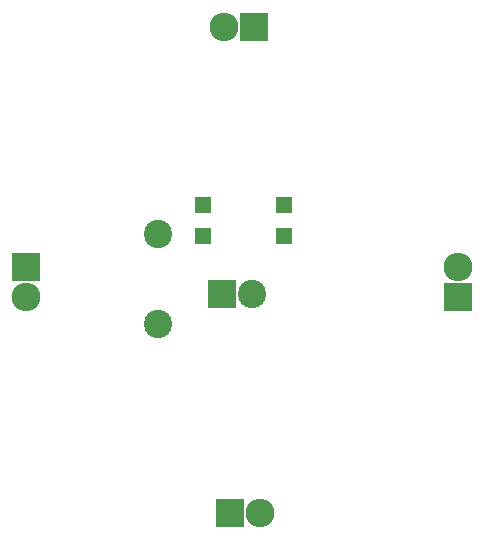
<source format=gbr>
G04 #@! TF.GenerationSoftware,KiCad,Pcbnew,no-vcs-found-7391~56~ubuntu16.04.1*
G04 #@! TF.CreationDate,2016-12-09T19:04:11+09:00*
G04 #@! TF.ProjectId,magnetic_led_cube,6D61676E657469635F6C65645F637562,rev?*
G04 #@! TF.FileFunction,Soldermask,Top*
G04 #@! TF.FilePolarity,Negative*
%FSLAX46Y46*%
G04 Gerber Fmt 4.6, Leading zero omitted, Abs format (unit mm)*
G04 Created by KiCad (PCBNEW no-vcs-found-7391~56~ubuntu16.04.1) date Fri Dec  9 19:04:11 2016*
%MOMM*%
%LPD*%
G01*
G04 APERTURE LIST*
%ADD10C,0.100000*%
%ADD11C,2.398980*%
%ADD12C,2.400000*%
%ADD13R,2.400000X2.400000*%
%ADD14O,2.432000X2.432000*%
%ADD15R,2.432000X2.432000*%
%ADD16R,1.400000X1.400000*%
G04 APERTURE END LIST*
D10*
D11*
X100076000Y-94742000D03*
X100076000Y-87122000D03*
D12*
X108077000Y-92202000D03*
D13*
X105537000Y-92202000D03*
D14*
X125476000Y-89916000D03*
D15*
X125476000Y-92456000D03*
X106172000Y-110744000D03*
D14*
X108712000Y-110744000D03*
X88900000Y-92456000D03*
D15*
X88900000Y-89916000D03*
X108204000Y-69596000D03*
D14*
X105664000Y-69596000D03*
D16*
X103865000Y-84649000D03*
X103865000Y-87279000D03*
X110765000Y-84679000D03*
X110765000Y-87279000D03*
M02*

</source>
